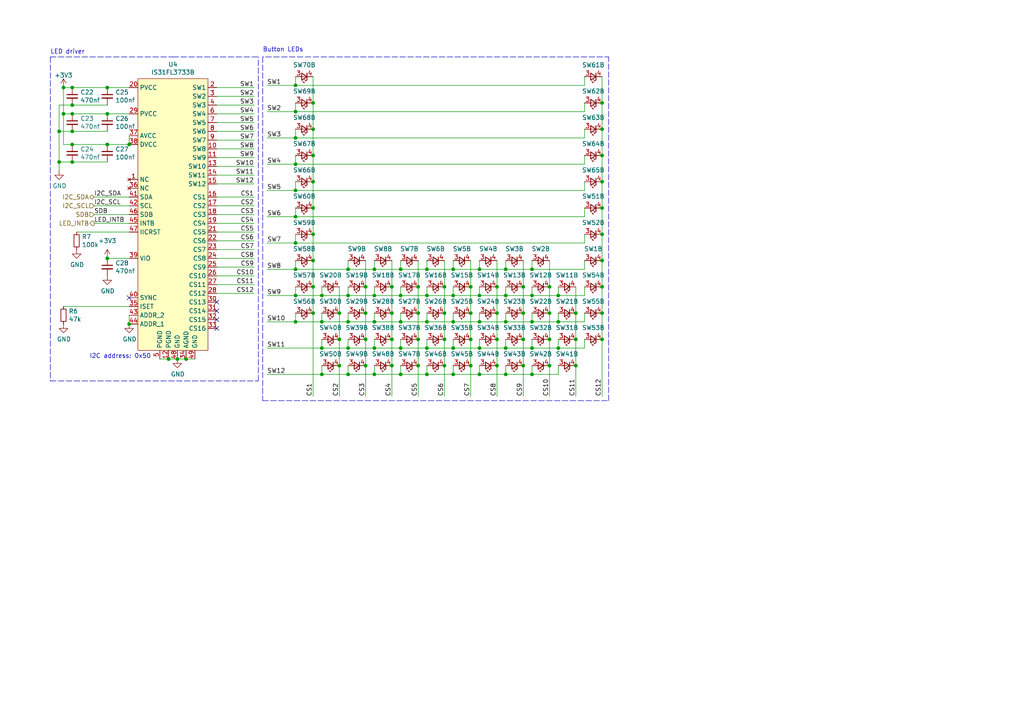
<source format=kicad_sch>
(kicad_sch (version 20211123) (generator eeschema)
  (paper "A4")
  (title_block (title "Collins FMS 3000") (date "${DATE}") (rev "${VERSION}"))
  (lib_symbols
    (symbol "Collins-FMS-3000:IS31FL3733B"
      (property "Reference" "U" (at -10.16 30.48 0))
      (property "Value" "IS31FL3733B" (at 20.32 -50.8 0))
      (symbol "IS31FL3733B_0_1"
        (rectangle (start 10.16 29.21) (end -10.16 -49.53) (fill (type background)))
      )
      (symbol "IS31FL3733B_1_1"
        (pin no_connect line (at -12.7 0 0) (length 2.54) (name "NC") (number "1"))
        (pin bidirectional line (at 12.7 8.89 180) (length 2.54) (name "SW8") (number "10"))
        (pin bidirectional line (at 12.7 6.35 180) (length 2.54) (name "SW9") (number "11"))
        (pin power_in line (at -1.27 -52.07 90) (length 2.54) (name "PGND") (number "12"))
        (pin bidirectional line (at 12.7 3.81 180) (length 2.54) (name "SW10") (number "13"))
        (pin bidirectional line (at 12.7 1.27 180) (length 2.54) (name "SW11") (number "14"))
        (pin bidirectional line (at 12.7 -1.27 180) (length 2.54) (name "SW12") (number "15"))
        (pin bidirectional line (at 12.7 -5.08 180) (length 2.54) (name "CS1") (number "16"))
        (pin bidirectional line (at 12.7 -7.62 180) (length 2.54) (name "CS2") (number "17"))
        (pin bidirectional line (at 12.7 -10.16 180) (length 2.54) (name "CS3") (number "18"))
        (pin bidirectional line (at 12.7 -12.7 180) (length 2.54) (name "CS4") (number "19"))
        (pin bidirectional line (at 12.7 26.67 180) (length 2.54) (name "SW1") (number "2"))
        (pin power_in line (at -12.7 26.67 0) (length 2.54) (name "PVCC") (number "20"))
        (pin bidirectional line (at 12.7 -15.24 180) (length 2.54) (name "CS5") (number "21"))
        (pin bidirectional line (at 12.7 -17.78 180) (length 2.54) (name "CS6") (number "22"))
        (pin bidirectional line (at 12.7 -20.32 180) (length 2.54) (name "CS7") (number "23"))
        (pin bidirectional line (at 12.7 -22.86 180) (length 2.54) (name "CS8") (number "24"))
        (pin bidirectional line (at 12.7 -25.4 180) (length 2.54) (name "CS9") (number "25"))
        (pin bidirectional line (at 12.7 -27.94 180) (length 2.54) (name "CS10") (number "26"))
        (pin bidirectional line (at 12.7 -30.48 180) (length 2.54) (name "CS11") (number "27"))
        (pin bidirectional line (at 12.7 -33.02 180) (length 2.54) (name "CS12") (number "28"))
        (pin power_in line (at -12.7 19.05 0) (length 2.54) (name "PVCC") (number "29"))
        (pin bidirectional line (at 12.7 24.13 180) (length 2.54) (name "SW2") (number "3"))
        (pin bidirectional line (at 12.7 -35.56 180) (length 2.54) (name "CS13") (number "30"))
        (pin bidirectional line (at 12.7 -38.1 180) (length 2.54) (name "CS14") (number "31"))
        (pin bidirectional line (at 12.7 -40.64 180) (length 2.54) (name "CS15") (number "32"))
        (pin bidirectional line (at 12.7 -43.18 180) (length 2.54) (name "CS16") (number "33"))
        (pin power_in line (at 3.81 -52.07 90) (length 2.54) (name "AGND") (number "34"))
        (pin input line (at -12.7 -36.83 0) (length 2.54) (name "ISET") (number "35"))
        (pin no_connect line (at -12.7 -2.54 0) (length 2.54) (name "NC") (number "36"))
        (pin power_in line (at -12.7 12.7 0) (length 2.54) (name "AVCC") (number "37"))
        (pin power_in line (at -12.7 10.16 0) (length 2.54) (name "DVCC") (number "38"))
        (pin input line (at -12.7 -22.86 0) (length 2.54) (name "VIO") (number "39"))
        (pin bidirectional line (at 12.7 21.59 180) (length 2.54) (name "SW3") (number "4"))
        (pin bidirectional line (at -12.7 -34.29 0) (length 2.54) (name "SYNC") (number "40"))
        (pin bidirectional line (at -12.7 -5.08 0) (length 2.54) (name "SDA") (number "41"))
        (pin input line (at -12.7 -7.62 0) (length 2.54) (name "SCL") (number "42"))
        (pin input line (at -12.7 -39.37 0) (length 2.54) (name "ADDR_2") (number "43"))
        (pin input line (at -12.7 -41.91 0) (length 2.54) (name "ADDR_1") (number "44"))
        (pin output line (at -12.7 -12.7 0) (length 2.54) (name "INTB") (number "45"))
        (pin input line (at -12.7 -10.16 0) (length 2.54) (name "SDB") (number "46"))
        (pin output line (at -12.7 -15.24 0) (length 2.54) (name "IICRST") (number "47"))
        (pin power_in line (at 1.27 -52.07 90) (length 2.54) (name "GND") (number "48"))
        (pin power_in line (at 6.35 -52.07 90) (length 2.54) (name "GND") (number "49"))
        (pin power_in line (at -3.81 -52.07 90) (length 2.54) (name "PGND") (number "5"))
        (pin bidirectional line (at 12.7 19.05 180) (length 2.54) (name "SW4") (number "6"))
        (pin bidirectional line (at 12.7 16.51 180) (length 2.54) (name "SW5") (number "7"))
        (pin bidirectional line (at 12.7 13.97 180) (length 2.54) (name "SW6") (number "8"))
        (pin bidirectional line (at 12.7 11.43 180) (length 2.54) (name "SW7") (number "9"))
      )
    )
    (symbol "Collins-FMS-3000:SW_Push_LED" (pin_names (offset 1.016))
      (property "Reference" "SW" (at 0 -5.08 0))
      (symbol "SW_Push_LED_1_1"
        (circle (center -2.032 -8.89) (radius 0.508))
        (polyline (pts (xy 0 -7.62) (xy 0 -5.842)))
        (polyline (pts (xy 2.54 -7.62) (xy -2.54 -7.62)))
        (circle (center 2.032 -8.89) (radius 0.508))
        (pin passive line (at -5.08 -8.89 0) (length 2.54) (name "1") (number "1"))
        (pin passive line (at 5.08 -8.89 180) (length 2.54) (name "2") (number "2"))
      )
      (symbol "SW_Push_LED_2_1"
        (polyline (pts (xy -1.016 -10.16) (xy 0.762 -10.16)))
        (polyline (pts (xy 0.762 -9.144) (xy 0.762 -11.176)) (stroke (width 0.254)))
        (polyline (pts (xy -0.762 -9.144) (xy 0.762 -10.16) (xy -0.762 -11.176) (xy -0.762 -9.144)) (stroke (width 0.254)))
        (polyline (pts (xy -0.508 -11.43) (xy 0 -11.938) (xy -0.254 -11.938) (xy 0 -11.938) (xy 0 -11.684)))
        (polyline (pts (xy 0 -10.922) (xy 0.508 -11.43) (xy 0.254 -11.43) (xy 0.508 -11.43) (xy 0.508 -11.176)))
        (pin passive line (at -2.54 -10.16 0) (length 1.778) (name "~") (number "3"))
        (pin passive line (at 2.54 -10.16 180) (length 1.778) (name "~") (number "4"))
      )
    )
    (symbol "Device:C_Small" (pin_numbers hide) (pin_names (offset 0.254) hide)
      (property "Reference" "C" (at 0.254 1.778 0))
      (property "Value" "C_Small" (at 0.254 -2.032 0))
      (symbol "C_Small_0_1"
        (polyline (pts (xy -1.524 -0.508) (xy 1.524 -0.508)) (stroke (width 0.3302)))
        (polyline (pts (xy -1.524 0.508) (xy 1.524 0.508)) (stroke (width 0.3048)))
      )
      (symbol "C_Small_1_1"
        (pin passive line (at 0 2.54 270) (length 2.032) (name "~") (number "1"))
        (pin passive line (at 0 -2.54 90) (length 2.032) (name "~") (number "2"))
      )
    )
    (symbol "Device:R_Small" (pin_numbers hide) (pin_names (offset 0.254) hide)
      (property "Reference" "R" (at 0.762 0.508 0))
      (property "Value" "R_Small" (at 0.762 -1.016 0))
      (symbol "R_Small_0_1"
        (rectangle (start -0.762 1.778) (end 0.762 -1.778) (stroke (width 0.2032)))
      )
      (symbol "R_Small_1_1"
        (pin passive line (at 0 2.54 270) (length 0.762) (name "~") (number "1"))
        (pin passive line (at 0 -2.54 90) (length 0.762) (name "~") (number "2"))
      )
    )
    (symbol "power:+3V3" (power) (pin_names (offset 0))
      (property "Value" "+3V3" (at 0 3.556 0))
      (symbol "+3V3_0_1"
        (polyline (pts (xy -0.762 1.27) (xy 0 2.54)))
        (polyline (pts (xy 0 0) (xy 0 2.54)))
        (polyline (pts (xy 0 2.54) (xy 0.762 1.27)))
      )
      (symbol "+3V3_1_1"
        (pin power_in line (at 0 0 90) (length 0) hide (name "+3V3") (number "1"))
      )
    )
    (symbol "power:GND" (power) (pin_names (offset 0))
      (property "Value" "GND" (at 0 -3.81 0))
      (symbol "GND_0_1"
        (polyline (pts (xy 0 0) (xy 0 -1.27) (xy 1.27 -1.27) (xy 0 -2.54) (xy -1.27 -1.27) (xy 0 -1.27)))
      )
      (symbol "GND_1_1"
        (pin power_in line (at 0 0 270) (length 0) hide (name "GND") (number "1"))
      )
    )
  )
  (junction (at 93.345 108.585))
  (junction (at 174.625 83.185))
  (junction (at 31.115 33.02))
  (junction (at 90.805 52.705))
  (junction (at 20.955 46.99))
  (junction (at 108.585 93.345))
  (junction (at 123.825 93.345))
  (junction (at 98.425 106.045))
  (junction (at 90.805 45.085))
  (junction (at 90.805 29.845))
  (junction (at 85.725 62.865))
  (junction (at 20.955 38.1))
  (junction (at 123.825 108.585))
  (junction (at 123.825 100.965))
  (junction (at 144.145 98.425))
  (junction (at 146.685 85.725))
  (junction (at 108.585 100.965))
  (junction (at 167.005 98.425))
  (junction (at 159.385 90.805))
  (junction (at 161.925 100.965))
  (junction (at 128.905 106.045))
  (junction (at 139.065 100.965))
  (junction (at 98.425 90.805))
  (junction (at 20.955 30.48))
  (junction (at 161.925 85.725))
  (junction (at 159.385 98.425))
  (junction (at 146.685 78.105))
  (junction (at 167.005 106.045))
  (junction (at 85.725 70.485))
  (junction (at 151.765 106.045))
  (junction (at 106.045 83.185))
  (junction (at 53.975 104.14))
  (junction (at 85.725 32.385))
  (junction (at 100.965 85.725))
  (junction (at 116.205 85.725))
  (junction (at 85.725 93.345))
  (junction (at 37.465 93.98))
  (junction (at 174.625 90.805))
  (junction (at 167.005 90.805))
  (junction (at 174.625 52.705))
  (junction (at 174.625 45.085))
  (junction (at 144.145 90.805))
  (junction (at 31.115 74.93))
  (junction (at 90.805 83.185))
  (junction (at 116.205 108.585))
  (junction (at 90.805 67.945))
  (junction (at 17.145 46.99))
  (junction (at 31.115 41.91))
  (junction (at 100.965 78.105))
  (junction (at 113.665 106.045))
  (junction (at 174.625 75.565))
  (junction (at 128.905 90.805))
  (junction (at 136.525 83.185))
  (junction (at 131.445 85.725))
  (junction (at 151.765 90.805))
  (junction (at 174.625 98.425))
  (junction (at 116.205 93.345))
  (junction (at 100.965 108.585))
  (junction (at 20.955 33.02))
  (junction (at 146.685 108.585))
  (junction (at 85.725 24.765))
  (junction (at 123.825 85.725))
  (junction (at 90.805 90.805))
  (junction (at 37.465 41.91))
  (junction (at 98.425 98.425))
  (junction (at 139.065 93.345))
  (junction (at 90.805 37.465))
  (junction (at 113.665 83.185))
  (junction (at 154.305 93.345))
  (junction (at 51.435 104.14))
  (junction (at 17.145 38.1))
  (junction (at 136.525 90.805))
  (junction (at 31.115 25.4))
  (junction (at 131.445 78.105))
  (junction (at 159.385 106.045))
  (junction (at 121.285 83.185))
  (junction (at 106.045 90.805))
  (junction (at 154.305 85.725))
  (junction (at 154.305 78.105))
  (junction (at 131.445 100.965))
  (junction (at 146.685 93.345))
  (junction (at 121.285 98.425))
  (junction (at 128.905 83.185))
  (junction (at 18.415 33.02))
  (junction (at 100.965 100.965))
  (junction (at 18.415 25.4))
  (junction (at 128.905 98.425))
  (junction (at 174.625 67.945))
  (junction (at 121.285 106.045))
  (junction (at 108.585 108.585))
  (junction (at 174.625 37.465))
  (junction (at 108.585 85.725))
  (junction (at 144.145 83.185))
  (junction (at 174.625 60.325))
  (junction (at 159.385 83.185))
  (junction (at 100.965 93.345))
  (junction (at 85.725 78.105))
  (junction (at 144.145 106.045))
  (junction (at 90.805 60.325))
  (junction (at 136.525 106.045))
  (junction (at 151.765 83.185))
  (junction (at 136.525 98.425))
  (junction (at 90.805 75.565))
  (junction (at 174.625 29.845))
  (junction (at 139.065 78.105))
  (junction (at 146.685 100.965))
  (junction (at 154.305 108.585))
  (junction (at 131.445 108.585))
  (junction (at 85.725 85.725))
  (junction (at 85.725 55.245))
  (junction (at 139.065 108.585))
  (junction (at 113.665 90.805))
  (junction (at 93.345 85.725))
  (junction (at 116.205 78.105))
  (junction (at 93.345 93.345))
  (junction (at 20.955 25.4))
  (junction (at 20.955 41.91))
  (junction (at 151.765 98.425))
  (junction (at 85.725 40.005))
  (junction (at 85.725 47.625))
  (junction (at 154.305 100.965))
  (junction (at 131.445 93.345))
  (junction (at 108.585 78.105))
  (junction (at 121.285 90.805))
  (junction (at 116.205 100.965))
  (junction (at 123.825 78.105))
  (junction (at 48.895 104.14))
  (junction (at 106.045 98.425))
  (junction (at 93.345 100.965))
  (junction (at 139.065 85.725))
  (junction (at 106.045 106.045))
  (junction (at 113.665 98.425))
  (junction (at 161.925 93.345))
  (no_connect (at 62.865 95.25))
  (no_connect (at 62.865 90.17))
  (no_connect (at 62.865 92.71))
  (no_connect (at 37.465 86.36))
  (no_connect (at 62.865 87.63))
  (wire (pts (xy 85.725 45.085) (xy 85.725 47.625)))
  (wire (pts (xy 90.805 45.085) (xy 90.805 52.705)))
  (wire (pts (xy 146.685 85.725) (xy 139.065 85.725)))
  (wire (pts (xy 169.545 37.465) (xy 169.545 40.005)))
  (wire (pts (xy 17.145 30.48) (xy 17.145 38.1)))
  (wire (pts (xy 169.545 93.345) (xy 161.925 93.345)))
  (wire (pts (xy 62.865 43.18) (xy 73.66 43.18)))
  (wire (pts (xy 90.805 90.805) (xy 90.805 114.935)))
  (wire (pts (xy 174.625 52.705) (xy 174.625 60.325)))
  (wire (pts (xy 46.355 104.14) (xy 48.895 104.14)))
  (wire (pts (xy 136.525 83.185) (xy 136.525 90.805)))
  (wire (pts (xy 161.925 108.585) (xy 154.305 108.585)))
  (wire (pts (xy 85.725 37.465) (xy 85.725 40.005)))
  (wire (pts (xy 146.685 93.345) (xy 139.065 93.345)))
  (wire (pts (xy 113.665 98.425) (xy 113.665 106.045)))
  (wire (pts (xy 62.865 72.39) (xy 73.66 72.39)))
  (wire (pts (xy 139.065 100.965) (xy 131.445 100.965)))
  (wire (pts (xy 37.465 41.91) (xy 31.115 41.91)))
  (wire (pts (xy 169.545 75.565) (xy 169.545 78.105)))
  (wire (pts (xy 144.145 83.185) (xy 144.145 90.805)))
  (wire (pts (xy 100.965 100.965) (xy 93.345 100.965)))
  (wire (pts (xy 77.47 85.725) (xy 85.725 85.725)))
  (wire (pts (xy 116.205 93.345) (xy 108.585 93.345)))
  (wire (pts (xy 151.765 83.185) (xy 151.765 90.805)))
  (wire (pts (xy 116.205 90.805) (xy 116.205 93.345)))
  (wire (pts (xy 139.065 85.725) (xy 131.445 85.725)))
  (wire (pts (xy 128.905 75.565) (xy 128.905 83.185)))
  (wire (pts (xy 93.345 108.585) (xy 100.965 108.585)))
  (wire (pts (xy 123.825 85.725) (xy 116.205 85.725)))
  (wire (pts (xy 154.305 93.345) (xy 146.685 93.345)))
  (wire (pts (xy 167.005 90.805) (xy 167.005 98.425)))
  (wire (pts (xy 108.585 100.965) (xy 100.965 100.965)))
  (wire (pts (xy 174.625 37.465) (xy 174.625 45.085)))
  (wire (pts (xy 98.425 83.185) (xy 98.425 90.805)))
  (wire (pts (xy 62.865 30.48) (xy 73.66 30.48)))
  (wire (pts (xy 108.585 85.725) (xy 100.965 85.725)))
  (wire (pts (xy 62.865 50.8) (xy 73.66 50.8)))
  (wire (pts (xy 128.905 83.185) (xy 128.905 90.805)))
  (wire (pts (xy 121.285 106.045) (xy 121.285 114.935)))
  (wire (pts (xy 106.045 83.185) (xy 106.045 90.805)))
  (wire (pts (xy 123.825 100.965) (xy 116.205 100.965)))
  (wire (pts (xy 93.345 85.725) (xy 85.725 85.725)))
  (wire (pts (xy 100.965 90.805) (xy 100.965 93.345)))
  (wire (pts (xy 116.205 100.965) (xy 108.585 100.965)))
  (polyline (pts (xy 74.93 110.49) (xy 74.93 16.51)))
  (wire (pts (xy 154.305 108.585) (xy 146.685 108.585)))
  (wire (pts (xy 167.005 98.425) (xy 167.005 106.045)))
  (wire (pts (xy 121.285 83.185) (xy 121.285 90.805)))
  (wire (pts (xy 85.725 83.185) (xy 85.725 85.725)))
  (wire (pts (xy 27.305 57.15) (xy 37.465 57.15)))
  (wire (pts (xy 154.305 83.185) (xy 154.305 85.725)))
  (wire (pts (xy 144.145 106.045) (xy 144.145 114.935)))
  (wire (pts (xy 31.115 46.99) (xy 20.955 46.99)))
  (wire (pts (xy 62.865 80.01) (xy 73.66 80.01)))
  (wire (pts (xy 100.965 93.345) (xy 93.345 93.345)))
  (wire (pts (xy 123.825 90.805) (xy 123.825 93.345)))
  (wire (pts (xy 20.955 41.91) (xy 18.415 41.91)))
  (wire (pts (xy 85.725 32.385) (xy 169.545 32.385)))
  (wire (pts (xy 123.825 106.045) (xy 123.825 108.585)))
  (wire (pts (xy 62.865 35.56) (xy 73.66 35.56)))
  (wire (pts (xy 159.385 75.565) (xy 159.385 83.185)))
  (wire (pts (xy 131.445 90.805) (xy 131.445 93.345)))
  (wire (pts (xy 159.385 98.425) (xy 159.385 106.045)))
  (polyline (pts (xy 176.53 116.205) (xy 176.53 16.51)))
  (wire (pts (xy 169.545 98.425) (xy 169.545 100.965)))
  (wire (pts (xy 116.205 98.425) (xy 116.205 100.965)))
  (wire (pts (xy 20.955 30.48) (xy 17.145 30.48)))
  (wire (pts (xy 85.725 78.105) (xy 100.965 78.105)))
  (wire (pts (xy 85.725 47.625) (xy 169.545 47.625)))
  (wire (pts (xy 62.865 69.85) (xy 73.66 69.85)))
  (wire (pts (xy 37.465 91.44) (xy 37.465 93.98)))
  (wire (pts (xy 113.665 90.805) (xy 113.665 98.425)))
  (wire (pts (xy 131.445 108.585) (xy 123.825 108.585)))
  (wire (pts (xy 93.345 106.045) (xy 93.345 108.585)))
  (wire (pts (xy 161.925 85.725) (xy 154.305 85.725)))
  (wire (pts (xy 123.825 93.345) (xy 116.205 93.345)))
  (wire (pts (xy 174.625 45.085) (xy 174.625 52.705)))
  (polyline (pts (xy 14.605 110.49) (xy 74.93 110.49)))
  (wire (pts (xy 106.045 90.805) (xy 106.045 98.425)))
  (wire (pts (xy 121.285 98.425) (xy 121.285 106.045)))
  (polyline (pts (xy 90.17 16.51) (xy 76.2 16.51)))
  (wire (pts (xy 151.765 75.565) (xy 151.765 83.185)))
  (wire (pts (xy 131.445 78.105) (xy 123.825 78.105)))
  (wire (pts (xy 169.545 83.185) (xy 169.545 85.725)))
  (wire (pts (xy 37.465 33.02) (xy 31.115 33.02)))
  (wire (pts (xy 161.925 106.045) (xy 161.925 108.585)))
  (wire (pts (xy 27.305 64.77) (xy 37.465 64.77)))
  (wire (pts (xy 169.545 24.765) (xy 169.545 22.225)))
  (wire (pts (xy 139.065 108.585) (xy 131.445 108.585)))
  (wire (pts (xy 139.065 93.345) (xy 131.445 93.345)))
  (wire (pts (xy 161.925 98.425) (xy 161.925 100.965)))
  (wire (pts (xy 85.725 52.705) (xy 85.725 55.245)))
  (wire (pts (xy 98.425 90.805) (xy 98.425 98.425)))
  (wire (pts (xy 77.47 40.005) (xy 85.725 40.005)))
  (wire (pts (xy 108.585 98.425) (xy 108.585 100.965)))
  (wire (pts (xy 77.47 108.585) (xy 93.345 108.585)))
  (wire (pts (xy 128.905 106.045) (xy 128.905 114.935)))
  (wire (pts (xy 85.725 29.845) (xy 85.725 32.385)))
  (wire (pts (xy 139.065 98.425) (xy 139.065 100.965)))
  (wire (pts (xy 20.955 25.4) (xy 18.415 25.4)))
  (wire (pts (xy 136.525 75.565) (xy 136.525 83.185)))
  (wire (pts (xy 62.865 62.23) (xy 73.66 62.23)))
  (wire (pts (xy 131.445 75.565) (xy 131.445 78.105)))
  (wire (pts (xy 90.805 22.225) (xy 90.805 29.845)))
  (wire (pts (xy 77.47 62.865) (xy 85.725 62.865)))
  (wire (pts (xy 85.725 22.225) (xy 85.725 24.765)))
  (wire (pts (xy 131.445 85.725) (xy 123.825 85.725)))
  (wire (pts (xy 62.865 38.1) (xy 73.66 38.1)))
  (wire (pts (xy 85.725 24.765) (xy 169.545 24.765)))
  (wire (pts (xy 62.865 45.72) (xy 73.66 45.72)))
  (wire (pts (xy 174.625 75.565) (xy 174.625 83.185)))
  (wire (pts (xy 108.585 75.565) (xy 108.585 78.105)))
  (wire (pts (xy 144.145 75.565) (xy 144.145 83.185)))
  (wire (pts (xy 93.345 98.425) (xy 93.345 100.965)))
  (wire (pts (xy 62.865 74.93) (xy 73.66 74.93)))
  (wire (pts (xy 169.545 60.325) (xy 169.545 62.865)))
  (wire (pts (xy 62.865 40.64) (xy 73.66 40.64)))
  (wire (pts (xy 100.965 83.185) (xy 100.965 85.725)))
  (wire (pts (xy 169.545 67.945) (xy 169.545 70.485)))
  (wire (pts (xy 169.545 52.705) (xy 169.545 55.245)))
  (wire (pts (xy 169.545 70.485) (xy 85.725 70.485)))
  (wire (pts (xy 154.305 78.105) (xy 146.685 78.105)))
  (wire (pts (xy 139.065 75.565) (xy 139.065 78.105)))
  (wire (pts (xy 77.47 78.105) (xy 85.725 78.105)))
  (wire (pts (xy 174.625 90.805) (xy 174.625 98.425)))
  (wire (pts (xy 77.47 24.765) (xy 85.725 24.765)))
  (wire (pts (xy 123.825 83.185) (xy 123.825 85.725)))
  (wire (pts (xy 18.415 33.02) (xy 18.415 25.4)))
  (wire (pts (xy 169.545 85.725) (xy 161.925 85.725)))
  (polyline (pts (xy 14.605 16.51) (xy 50.165 16.51)))
  (wire (pts (xy 108.585 78.105) (xy 100.965 78.105)))
  (wire (pts (xy 136.525 106.045) (xy 136.525 114.935)))
  (wire (pts (xy 146.685 108.585) (xy 139.065 108.585)))
  (wire (pts (xy 37.465 25.4) (xy 31.115 25.4)))
  (wire (pts (xy 116.205 75.565) (xy 116.205 78.105)))
  (wire (pts (xy 100.965 85.725) (xy 93.345 85.725)))
  (wire (pts (xy 100.965 106.045) (xy 100.965 108.585)))
  (wire (pts (xy 31.115 30.48) (xy 20.955 30.48)))
  (wire (pts (xy 108.585 108.585) (xy 100.965 108.585)))
  (wire (pts (xy 174.625 29.845) (xy 174.625 37.465)))
  (wire (pts (xy 85.725 60.325) (xy 85.725 62.865)))
  (wire (pts (xy 154.305 98.425) (xy 154.305 100.965)))
  (wire (pts (xy 62.865 48.26) (xy 73.66 48.26)))
  (wire (pts (xy 62.865 64.77) (xy 73.66 64.77)))
  (wire (pts (xy 161.925 93.345) (xy 154.305 93.345)))
  (wire (pts (xy 123.825 78.105) (xy 116.205 78.105)))
  (wire (pts (xy 146.685 75.565) (xy 146.685 78.105)))
  (wire (pts (xy 90.805 60.325) (xy 90.805 52.705)))
  (wire (pts (xy 77.47 47.625) (xy 85.725 47.625)))
  (wire (pts (xy 20.955 46.99) (xy 17.145 46.99)))
  (wire (pts (xy 154.305 100.965) (xy 146.685 100.965)))
  (wire (pts (xy 167.005 106.045) (xy 167.005 114.935)))
  (wire (pts (xy 139.065 106.045) (xy 139.065 108.585)))
  (wire (pts (xy 131.445 93.345) (xy 123.825 93.345)))
  (wire (pts (xy 48.895 104.14) (xy 51.435 104.14)))
  (wire (pts (xy 108.585 90.805) (xy 108.585 93.345)))
  (polyline (pts (xy 76.2 16.51) (xy 76.2 116.205)))
  (wire (pts (xy 18.415 88.9) (xy 37.465 88.9)))
  (wire (pts (xy 159.385 106.045) (xy 159.385 114.935)))
  (wire (pts (xy 146.685 106.045) (xy 146.685 108.585)))
  (wire (pts (xy 136.525 90.805) (xy 136.525 98.425)))
  (wire (pts (xy 90.805 83.185) (xy 90.805 90.805)))
  (wire (pts (xy 174.625 83.185) (xy 174.625 90.805)))
  (wire (pts (xy 174.625 98.425) (xy 174.625 114.935)))
  (wire (pts (xy 90.805 75.565) (xy 90.805 83.185)))
  (wire (pts (xy 31.115 38.1) (xy 20.955 38.1)))
  (wire (pts (xy 93.345 93.345) (xy 85.725 93.345)))
  (wire (pts (xy 17.145 46.99) (xy 17.145 49.53)))
  (wire (pts (xy 37.465 67.31) (xy 22.225 67.31)))
  (wire (pts (xy 121.285 90.805) (xy 121.285 98.425)))
  (wire (pts (xy 146.685 78.105) (xy 139.065 78.105)))
  (wire (pts (xy 100.965 98.425) (xy 100.965 100.965)))
  (wire (pts (xy 151.765 98.425) (xy 151.765 106.045)))
  (wire (pts (xy 62.865 82.55) (xy 73.66 82.55)))
  (wire (pts (xy 139.065 83.185) (xy 139.065 85.725)))
  (wire (pts (xy 161.925 83.185) (xy 161.925 85.725)))
  (wire (pts (xy 131.445 106.045) (xy 131.445 108.585)))
  (wire (pts (xy 139.065 78.105) (xy 131.445 78.105)))
  (wire (pts (xy 116.205 106.045) (xy 116.205 108.585)))
  (wire (pts (xy 77.47 32.385) (xy 85.725 32.385)))
  (wire (pts (xy 169.545 47.625) (xy 169.545 45.085)))
  (wire (pts (xy 131.445 98.425) (xy 131.445 100.965)))
  (wire (pts (xy 98.425 98.425) (xy 98.425 106.045)))
  (wire (pts (xy 123.825 108.585) (xy 116.205 108.585)))
  (wire (pts (xy 154.305 78.105) (xy 169.545 78.105)))
  (wire (pts (xy 62.865 57.15) (xy 73.66 57.15)))
  (wire (pts (xy 146.685 100.965) (xy 139.065 100.965)))
  (wire (pts (xy 90.805 29.845) (xy 90.805 37.465)))
  (polyline (pts (xy 76.2 116.205) (xy 176.53 116.205)))
  (wire (pts (xy 121.285 75.565) (xy 121.285 83.185)))
  (wire (pts (xy 113.665 106.045) (xy 113.665 114.935)))
  (wire (pts (xy 85.725 75.565) (xy 85.725 78.105)))
  (wire (pts (xy 174.625 67.945) (xy 174.625 60.325)))
  (wire (pts (xy 77.47 93.345) (xy 85.725 93.345)))
  (wire (pts (xy 18.415 41.91) (xy 18.415 33.02)))
  (wire (pts (xy 62.865 77.47) (xy 73.66 77.47)))
  (wire (pts (xy 151.765 90.805) (xy 151.765 98.425)))
  (wire (pts (xy 169.545 100.965) (xy 161.925 100.965)))
  (wire (pts (xy 62.865 33.02) (xy 73.66 33.02)))
  (wire (pts (xy 151.765 106.045) (xy 151.765 114.935)))
  (wire (pts (xy 146.685 98.425) (xy 146.685 100.965)))
  (wire (pts (xy 20.955 38.1) (xy 17.145 38.1)))
  (wire (pts (xy 139.065 90.805) (xy 139.065 93.345)))
  (wire (pts (xy 90.805 67.945) (xy 90.805 60.325)))
  (wire (pts (xy 154.305 85.725) (xy 146.685 85.725)))
  (wire (pts (xy 106.045 75.565) (xy 106.045 83.185)))
  (wire (pts (xy 123.825 98.425) (xy 123.825 100.965)))
  (wire (pts (xy 154.305 106.045) (xy 154.305 108.585)))
  (wire (pts (xy 77.47 100.965) (xy 93.345 100.965)))
  (wire (pts (xy 154.305 75.565) (xy 154.305 78.105)))
  (wire (pts (xy 98.425 106.045) (xy 98.425 114.935)))
  (wire (pts (xy 161.925 90.805) (xy 161.925 93.345)))
  (polyline (pts (xy 90.805 16.51) (xy 176.53 16.51)))
  (wire (pts (xy 131.445 100.965) (xy 123.825 100.965)))
  (wire (pts (xy 116.205 108.585) (xy 108.585 108.585)))
  (wire (pts (xy 174.625 22.225) (xy 174.625 29.845)))
  (wire (pts (xy 174.625 67.945) (xy 174.625 75.565)))
  (wire (pts (xy 31.115 33.02) (xy 20.955 33.02)))
  (wire (pts (xy 85.725 90.805) (xy 85.725 93.345)))
  (wire (pts (xy 17.145 38.1) (xy 17.145 46.99)))
  (wire (pts (xy 169.545 62.865) (xy 85.725 62.865)))
  (wire (pts (xy 62.865 25.4) (xy 73.66 25.4)))
  (wire (pts (xy 161.925 100.965) (xy 154.305 100.965)))
  (wire (pts (xy 93.345 90.805) (xy 93.345 93.345)))
  (wire (pts (xy 106.045 98.425) (xy 106.045 106.045)))
  (wire (pts (xy 128.905 98.425) (xy 128.905 106.045)))
  (wire (pts (xy 116.205 83.185) (xy 116.205 85.725)))
  (wire (pts (xy 90.805 37.465) (xy 90.805 45.085)))
  (wire (pts (xy 113.665 75.565) (xy 113.665 83.185)))
  (wire (pts (xy 169.545 32.385) (xy 169.545 29.845)))
  (wire (pts (xy 128.905 90.805) (xy 128.905 98.425)))
  (wire (pts (xy 62.865 27.94) (xy 73.66 27.94)))
  (wire (pts (xy 62.865 67.31) (xy 73.66 67.31)))
  (wire (pts (xy 56.515 104.14) (xy 53.975 104.14)))
  (wire (pts (xy 131.445 83.185) (xy 131.445 85.725)))
  (wire (pts (xy 113.665 83.185) (xy 113.665 90.805)))
  (wire (pts (xy 159.385 83.185) (xy 159.385 90.805)))
  (wire (pts (xy 154.305 90.805) (xy 154.305 93.345)))
  (wire (pts (xy 100.965 75.565) (xy 100.965 78.105)))
  (wire (pts (xy 37.465 39.37) (xy 37.465 41.91)))
  (wire (pts (xy 116.205 85.725) (xy 108.585 85.725)))
  (wire (pts (xy 31.115 41.91) (xy 20.955 41.91)))
  (wire (pts (xy 37.465 74.93) (xy 31.115 74.93)))
  (wire (pts (xy 27.305 59.69) (xy 37.465 59.69)))
  (polyline (pts (xy 50.165 16.51) (xy 74.93 16.51)))
  (wire (pts (xy 77.47 70.485) (xy 85.725 70.485)))
  (wire (pts (xy 108.585 93.345) (xy 100.965 93.345)))
  (wire (pts (xy 169.545 55.245) (xy 85.725 55.245)))
  (wire (pts (xy 123.825 75.565) (xy 123.825 78.105)))
  (wire (pts (xy 108.585 83.185) (xy 108.585 85.725)))
  (wire (pts (xy 146.685 90.805) (xy 146.685 93.345)))
  (wire (pts (xy 108.585 106.045) (xy 108.585 108.585)))
  (polyline (pts (xy 14.605 16.51) (xy 14.605 110.49)))
  (wire (pts (xy 106.045 106.045) (xy 106.045 114.935)))
  (wire (pts (xy 93.345 83.185) (xy 93.345 85.725)))
  (wire (pts (xy 169.545 40.005) (xy 85.725 40.005)))
  (wire (pts (xy 85.725 67.945) (xy 85.725 70.485)))
  (wire (pts (xy 77.47 55.245) (xy 85.725 55.245)))
  (wire (pts (xy 62.865 85.09) (xy 73.66 85.09)))
  (wire (pts (xy 31.115 25.4) (xy 20.955 25.4)))
  (wire (pts (xy 146.685 83.185) (xy 146.685 85.725)))
  (wire (pts (xy 144.145 98.425) (xy 144.145 106.045)))
  (wire (pts (xy 62.865 53.34) (xy 73.66 53.34)))
  (wire (pts (xy 144.145 90.805) (xy 144.145 98.425)))
  (wire (pts (xy 90.805 67.945) (xy 90.805 75.565)))
  (wire (pts (xy 136.525 98.425) (xy 136.525 106.045)))
  (wire (pts (xy 51.435 104.14) (xy 53.975 104.14)))
  (wire (pts (xy 116.205 78.105) (xy 108.585 78.105)))
  (wire (pts (xy 159.385 90.805) (xy 159.385 98.425)))
  (wire (pts (xy 62.865 59.69) (xy 73.66 59.69)))
  (wire (pts (xy 169.545 90.805) (xy 169.545 93.345)))
  (wire (pts (xy 20.955 33.02) (xy 18.415 33.02)))
  (wire (pts (xy 27.305 62.23) (xy 37.465 62.23)))
  (wire (pts (xy 167.005 83.185) (xy 167.005 90.805)))
  (text "LED driver" (at 14.605 15.875 0) (effects (font (size 1.27 1.27)) (justify left bottom)))
  (text "I2C address: 0x50" (at 43.815 104.14 180) (effects (font (size 1.27 1.27)) (justify right bottom)))
  (text "Button LEDs" (at 76.2 15.24 0) (effects (font (size 1.27 1.27)) (justify left bottom)))
  (label "CS1" (at 90.805 114.935 90))
  (label "CS11" (at 73.66 82.55 180))
  (label "CS8" (at 144.145 114.935 90))
  (label "SW4" (at 73.66 33.02 180))
  (label "SW3" (at 73.66 30.48 180))
  (label "CS12" (at 73.66 85.09 180))
  (label "CS2" (at 98.425 114.935 90))
  (label "CS9" (at 151.765 114.935 90))
  (label "SW10" (at 73.66 48.26 180))
  (label "CS6" (at 73.66 69.85 180))
  (label "SW12" (at 73.66 53.34 180))
  (label "CS6" (at 128.905 114.935 90))
  (label "LED_INTB" (at 27.305 64.77 0))
  (label "CS1" (at 73.66 57.15 180))
  (label "SW9" (at 73.66 45.72 180))
  (label "CS5" (at 121.285 114.935 90))
  (label "CS7" (at 136.525 114.935 90))
  (label "SW7" (at 73.66 40.64 180))
  (label "CS10" (at 159.385 114.935 90))
  (label "SW8" (at 73.66 43.18 180))
  (label "CS4" (at 113.665 114.935 90))
  (label "SW9" (at 77.47 85.725 0))
  (label "SW1" (at 73.66 25.4 180))
  (label "CS9" (at 73.66 77.47 180))
  (label "CS5" (at 73.66 67.31 180))
  (label "SW3" (at 77.47 40.005 0))
  (label "SW12" (at 77.47 108.585 0))
  (label "SW2" (at 77.47 32.385 0))
  (label "I2C_SCL" (at 27.305 59.69 0))
  (label "SW8" (at 77.47 78.105 0))
  (label "SW6" (at 73.66 38.1 180))
  (label "CS2" (at 73.66 59.69 180))
  (label "SW5" (at 73.66 35.56 180))
  (label "CS8" (at 73.66 74.93 180))
  (label "SW7" (at 77.47 70.485 0))
  (label "CS11" (at 167.005 114.935 90))
  (label "CS12" (at 174.625 114.935 90))
  (label "CS10" (at 73.66 80.01 180))
  (label "SW5" (at 77.47 55.245 0))
  (label "SW6" (at 77.47 62.865 0))
  (label "SW4" (at 77.47 47.625 0))
  (label "CS7" (at 73.66 72.39 180))
  (label "CS4" (at 73.66 64.77 180))
  (label "CS3" (at 106.045 114.935 90))
  (label "SW2" (at 73.66 27.94 180))
  (label "SDB" (at 27.305 62.23 0))
  (label "SW11" (at 77.47 100.965 0))
  (label "CS3" (at 73.66 62.23 180))
  (label "SW11" (at 73.66 50.8 180))
  (label "SW10" (at 77.47 93.345 0))
  (label "I2C_SDA" (at 27.305 57.15 0))
  (label "SW1" (at 77.47 24.765 0))
  (hierarchical_label "LED_INTB" (shape output) (at 27.305 64.77 180))
  (hierarchical_label "I2C_SCL" (shape input) (at 27.305 59.69 180))
  (hierarchical_label "I2C_SDA" (shape bidirectional) (at 27.305 57.15 180))
  (hierarchical_label "SDB" (shape input) (at 27.305 62.23 180))
  (symbol (lib_id "Collins-FMS-3000:SW_Push_LED") (at 88.265 12.065 0) (unit 2)
    (property "Reference" "SW70" (at 88.265 18.8468 0))
    (property "Value" "SW_Push_LED" (effects hide))
    (property "Footprint" "Custom_Footprints:SW_PUSH_LED_THT" (effects hide))
  )
  (symbol (lib_id "Collins-FMS-3000:SW_Push_LED") (at 88.265 19.685 0) (unit 2)
    (property "Reference" "SW69" (at 88.265 26.4668 0))
    (property "Value" "SW_Push_LED" (effects hide))
    (property "Footprint" "Custom_Footprints:SW_PUSH_LED_THT" (effects hide))
  )
  (symbol (lib_id "Collins-FMS-3000:SW_Push_LED") (at 88.265 27.305 0) (unit 2)
    (property "Reference" "SW68" (at 88.265 34.0868 0))
    (property "Value" "SW_Push_LED" (effects hide))
    (property "Footprint" "Custom_Footprints:SW_PUSH_LED_THT" (effects hide))
  )
  (symbol (lib_id "Collins-FMS-3000:SW_Push_LED") (at 88.265 34.925 0) (unit 2)
    (property "Reference" "SW67" (at 88.265 41.7068 0))
    (property "Value" "SW_Push_LED" (effects hide))
    (property "Footprint" "Custom_Footprints:SW_PUSH_LED_THT" (effects hide))
  )
  (symbol (lib_id "Collins-FMS-3000:SW_Push_LED") (at 88.265 42.545 0) (unit 2)
    (property "Reference" "SW66" (at 88.265 49.3268 0))
    (property "Value" "SW_Push_LED" (effects hide))
    (property "Footprint" "Custom_Footprints:SW_PUSH_LED_THT" (effects hide))
  )
  (symbol (lib_id "Collins-FMS-3000:SW_Push_LED") (at 88.265 65.405 0) (unit 2)
    (property "Reference" "SW58" (at 88.265 72.1868 0))
    (property "Value" "SW_Push_LED" (effects hide))
    (property "Footprint" "Custom_Footprints:SW_PUSH_LED_THT" (effects hide))
  )
  (symbol (lib_id "Collins-FMS-3000:SW_Push_LED") (at 88.265 73.025 0) (unit 2)
    (property "Reference" "SW57" (at 88.265 79.8068 0))
    (property "Value" "SW_Push_LED" (effects hide))
    (property "Footprint" "Custom_Footprints:SW_PUSH_LED_THT" (effects hide))
  )
  (symbol (lib_id "Collins-FMS-3000:SW_Push_LED") (at 88.265 80.645 0) (unit 2)
    (property "Reference" "SW56" (at 88.265 87.4268 0))
    (property "Value" "SW_Push_LED" (effects hide))
    (property "Footprint" "Custom_Footprints:SW_PUSH_LED_THT" (effects hide))
  )
  (symbol (lib_id "Collins-FMS-3000:SW_Push_LED") (at 95.885 73.025 0) (unit 2)
    (property "Reference" "SW20" (at 95.885 79.8068 0))
    (property "Value" "SW_Push_LED" (effects hide))
    (property "Footprint" "Custom_Footprints:SW_PUSH_LED_THT" (effects hide))
  )
  (symbol (lib_id "Collins-FMS-3000:SW_Push_LED") (at 95.885 80.645 0) (unit 2)
    (property "Reference" "SW30" (at 95.885 87.4268 0))
    (property "Value" "SW_Push_LED" (effects hide))
    (property "Footprint" "Custom_Footprints:SW_PUSH_LED_THT" (effects hide))
  )
  (symbol (lib_id "Collins-FMS-3000:SW_Push_LED") (at 95.885 88.265 0) (unit 2)
    (property "Reference" "SW40" (at 95.885 95.0468 0))
    (property "Value" "SW_Push_LED" (effects hide))
    (property "Footprint" "Custom_Footprints:SW_PUSH_LED_THT" (effects hide))
  )
  (symbol (lib_id "Collins-FMS-3000:SW_Push_LED") (at 95.885 95.885 0) (unit 2)
    (property "Reference" "SW50" (at 95.885 102.6668 0))
    (property "Value" "SW_Push_LED" (effects hide))
    (property "Footprint" "Custom_Footprints:SW_PUSH_LED_THT" (effects hide))
  )
  (symbol (lib_id "Collins-FMS-3000:SW_Push_LED") (at 103.505 65.405 0) (unit 2)
    (property "Reference" "SW9" (at 103.505 72.1868 0))
    (property "Value" "SW_Push_LED" (effects hide))
    (property "Footprint" "Custom_Footprints:SW_PUSH_LED_THT" (effects hide))
  )
  (symbol (lib_id "Collins-FMS-3000:SW_Push_LED") (at 103.505 73.025 0) (unit 2)
    (property "Reference" "SW19" (at 103.505 79.8068 0))
    (property "Value" "SW_Push_LED" (effects hide))
    (property "Footprint" "Custom_Footprints:SW_PUSH_LED_THT" (effects hide))
  )
  (symbol (lib_id "Collins-FMS-3000:SW_Push_LED") (at 103.505 80.645 0) (unit 2)
    (property "Reference" "SW29" (at 103.505 87.4268 0))
    (property "Value" "SW_Push_LED" (effects hide))
    (property "Footprint" "Custom_Footprints:SW_PUSH_LED_THT" (effects hide))
  )
  (symbol (lib_id "Collins-FMS-3000:SW_Push_LED") (at 103.505 88.265 0) (unit 2)
    (property "Reference" "SW39" (at 103.505 95.0468 0))
    (property "Value" "SW_Push_LED" (effects hide))
    (property "Footprint" "Custom_Footprints:SW_PUSH_LED_THT" (effects hide))
  )
  (symbol (lib_id "Collins-FMS-3000:SW_Push_LED") (at 103.505 95.885 0) (unit 2)
    (property "Reference" "SW49" (at 103.505 102.6668 0))
    (property "Value" "SW_Push_LED" (effects hide))
    (property "Footprint" "Custom_Footprints:SW_PUSH_LED_THT" (effects hide))
  )
  (symbol (lib_id "Collins-FMS-3000:SW_Push_LED") (at 111.125 65.405 0) (unit 2)
    (property "Reference" "SW8" (at 111.125 72.1868 0))
    (property "Value" "SW_Push_LED" (effects hide))
    (property "Footprint" "Custom_Footprints:SW_PUSH_LED_THT" (effects hide))
  )
  (symbol (lib_id "Collins-FMS-3000:SW_Push_LED") (at 111.125 73.025 0) (unit 2)
    (property "Reference" "SW18" (at 111.125 79.8068 0))
    (property "Value" "SW_Push_LED" (effects hide))
    (property "Footprint" "Custom_Footprints:SW_PUSH_LED_THT" (effects hide))
  )
  (symbol (lib_id "Collins-FMS-3000:SW_Push_LED") (at 111.125 80.645 0) (unit 2)
    (property "Reference" "SW28" (at 111.125 87.4268 0))
    (property "Value" "SW_Push_LED" (effects hide))
    (property "Footprint" "Custom_Footprints:SW_PUSH_LED_THT" (effects hide))
  )
  (symbol (lib_id "Collins-FMS-3000:SW_Push_LED") (at 111.125 88.265 0) (unit 2)
    (property "Reference" "SW38" (at 111.125 95.0468 0))
    (property "Value" "SW_Push_LED" (effects hide))
    (property "Footprint" "Custom_Footprints:SW_PUSH_LED_THT" (effects hide))
  )
  (symbol (lib_id "Collins-FMS-3000:SW_Push_LED") (at 111.125 95.885 0) (unit 2)
    (property "Reference" "SW48" (at 111.125 102.6668 0))
    (property "Value" "SW_Push_LED" (effects hide))
    (property "Footprint" "Custom_Footprints:SW_PUSH_LED_THT" (effects hide))
  )
  (symbol (lib_id "Collins-FMS-3000:SW_Push_LED") (at 118.745 65.405 0) (unit 2)
    (property "Reference" "SW7" (at 118.745 72.1868 0))
    (property "Value" "SW_Push_LED" (effects hide))
    (property "Footprint" "Custom_Footprints:SW_PUSH_LED_THT" (effects hide))
  )
  (symbol (lib_id "Collins-FMS-3000:SW_Push_LED") (at 118.745 73.025 0) (unit 2)
    (property "Reference" "SW17" (at 118.745 79.8068 0))
    (property "Value" "SW_Push_LED" (effects hide))
    (property "Footprint" "Custom_Footprints:SW_PUSH_LED_THT" (effects hide))
  )
  (symbol (lib_id "Collins-FMS-3000:SW_Push_LED") (at 118.745 80.645 0) (unit 2)
    (property "Reference" "SW27" (at 118.745 87.4268 0))
    (property "Value" "SW_Push_LED" (effects hide))
    (property "Footprint" "Custom_Footprints:SW_PUSH_LED_THT" (effects hide))
  )
  (symbol (lib_id "Collins-FMS-3000:SW_Push_LED") (at 118.745 88.265 0) (unit 2)
    (property "Reference" "SW37" (at 118.745 95.0468 0))
    (property "Value" "SW_Push_LED" (effects hide))
    (property "Footprint" "Custom_Footprints:SW_PUSH_LED_THT" (effects hide))
  )
  (symbol (lib_id "Collins-FMS-3000:SW_Push_LED") (at 118.745 95.885 0) (unit 2)
    (property "Reference" "SW47" (at 118.745 102.6668 0))
    (property "Value" "SW_Push_LED" (effects hide))
    (property "Footprint" "Custom_Footprints:SW_PUSH_LED_THT" (effects hide))
  )
  (symbol (lib_id "Collins-FMS-3000:SW_Push_LED") (at 126.365 65.405 0) (unit 2)
    (property "Reference" "SW6" (at 126.365 72.1868 0))
    (property "Value" "SW_Push_LED" (effects hide))
    (property "Footprint" "Custom_Footprints:SW_PUSH_LED_THT" (effects hide))
  )
  (symbol (lib_id "Collins-FMS-3000:SW_Push_LED") (at 126.365 73.025 0) (unit 2)
    (property "Reference" "SW16" (at 126.365 79.8068 0))
    (property "Value" "SW_Push_LED" (effects hide))
    (property "Footprint" "Custom_Footprints:SW_PUSH_LED_THT" (effects hide))
  )
  (symbol (lib_id "Collins-FMS-3000:SW_Push_LED") (at 126.365 80.645 0) (unit 2)
    (property "Reference" "SW26" (at 126.365 87.4268 0))
    (property "Value" "SW_Push_LED" (effects hide))
    (property "Footprint" "Custom_Footprints:SW_PUSH_LED_THT" (effects hide))
  )
  (symbol (lib_id "Collins-FMS-3000:SW_Push_LED") (at 126.365 88.265 0) (unit 2)
    (property "Reference" "SW36" (at 126.365 95.0468 0))
    (property "Value" "SW_Push_LED" (effects hide))
    (property "Footprint" "Custom_Footprints:SW_PUSH_LED_THT" (effects hide))
  )
  (symbol (lib_id "Collins-FMS-3000:SW_Push_LED") (at 126.365 95.885 0) (unit 2)
    (property "Reference" "SW46" (at 126.365 102.6668 0))
    (property "Value" "SW_Push_LED" (effects hide))
    (property "Footprint" "Custom_Footprints:SW_PUSH_LED_THT" (effects hide))
  )
  (symbol (lib_id "Collins-FMS-3000:SW_Push_LED") (at 133.985 65.405 0) (unit 2)
    (property "Reference" "SW5" (at 133.985 72.1868 0))
    (property "Value" "SW_Push_LED" (effects hide))
    (property "Footprint" "Custom_Footprints:SW_PUSH_LED_THT" (effects hide))
  )
  (symbol (lib_id "Collins-FMS-3000:SW_Push_LED") (at 133.985 73.025 0) (unit 2)
    (property "Reference" "SW15" (at 133.985 79.8068 0))
    (property "Value" "SW_Push_LED" (effects hide))
    (property "Footprint" "Custom_Footprints:SW_PUSH_LED_THT" (effects hide))
  )
  (symbol (lib_id "Collins-FMS-3000:SW_Push_LED") (at 133.985 80.645 0) (unit 2)
    (property "Reference" "SW25" (at 133.985 87.4268 0))
    (property "Value" "SW_Push_LED" (effects hide))
    (property "Footprint" "Custom_Footprints:SW_PUSH_LED_THT" (effects hide))
  )
  (symbol (lib_id "Collins-FMS-3000:SW_Push_LED") (at 133.985 88.265 0) (unit 2)
    (property "Reference" "SW35" (at 133.985 95.0468 0))
    (property "Value" "SW_Push_LED" (effects hide))
    (property "Footprint" "Custom_Footprints:SW_PUSH_LED_THT" (effects hide))
  )
  (symbol (lib_id "Collins-FMS-3000:SW_Push_LED") (at 133.985 95.885 0) (unit 2)
    (property "Reference" "SW45" (at 133.985 102.6668 0))
    (property "Value" "SW_Push_LED" (effects hide))
    (property "Footprint" "Custom_Footprints:SW_PUSH_LED_THT" (effects hide))
  )
  (symbol (lib_id "Collins-FMS-3000:SW_Push_LED") (at 141.605 65.405 0) (unit 2)
    (property "Reference" "SW4" (at 141.605 72.1868 0))
    (property "Value" "SW_Push_LED" (effects hide))
    (property "Footprint" "Custom_Footprints:SW_PUSH_LED_THT" (effects hide))
  )
  (symbol (lib_id "Collins-FMS-3000:SW_Push_LED") (at 141.605 73.025 0) (unit 2)
    (property "Reference" "SW14" (at 141.605 79.8068 0))
    (property "Value" "SW_Push_LED" (effects hide))
    (property "Footprint" "Custom_Footprints:SW_PUSH_LED_THT" (effects hide))
  )
  (symbol (lib_id "Collins-FMS-3000:SW_Push_LED") (at 141.605 80.645 0) (unit 2)
    (property "Reference" "SW24" (at 141.605 87.4268 0))
    (property "Value" "SW_Push_LED" (effects hide))
    (property "Footprint" "Custom_Footprints:SW_PUSH_LED_THT" (effects hide))
  )
  (symbol (lib_id "Collins-FMS-3000:SW_Push_LED") (at 141.605 88.265 0) (unit 2)
    (property "Reference" "SW34" (at 141.605 95.0468 0))
    (property "Value" "SW_Push_LED" (effects hide))
    (property "Footprint" "Custom_Footprints:SW_PUSH_LED_THT" (effects hide))
  )
  (symbol (lib_id "Collins-FMS-3000:SW_Push_LED") (at 141.605 95.885 0) (unit 2)
    (property "Reference" "SW44" (at 141.605 102.6668 0))
    (property "Value" "SW_Push_LED" (effects hide))
    (property "Footprint" "Custom_Footprints:SW_PUSH_LED_THT" (effects hide))
  )
  (symbol (lib_id "Collins-FMS-3000:SW_Push_LED") (at 149.225 65.405 0) (unit 2)
    (property "Reference" "SW3" (at 149.225 72.1868 0))
    (property "Value" "SW_Push_LED" (effects hide))
    (property "Footprint" "Custom_Footprints:SW_PUSH_LED_THT" (effects hide))
  )
  (symbol (lib_id "Collins-FMS-3000:SW_Push_LED") (at 149.225 73.025 0) (unit 2)
    (property "Reference" "SW13" (at 149.225 79.8068 0))
    (property "Value" "SW_Push_LED" (effects hide))
    (property "Footprint" "Custom_Footprints:SW_PUSH_LED_THT" (effects hide))
  )
  (symbol (lib_id "Collins-FMS-3000:SW_Push_LED") (at 149.225 80.645 0) (unit 2)
    (property "Reference" "SW23" (at 149.225 87.4268 0))
    (property "Value" "SW_Push_LED" (effects hide))
    (property "Footprint" "Custom_Footprints:SW_PUSH_LED_THT" (effects hide))
  )
  (symbol (lib_id "Collins-FMS-3000:SW_Push_LED") (at 149.225 88.265 0) (unit 2)
    (property "Reference" "SW33" (at 149.225 95.0468 0))
    (property "Value" "SW_Push_LED" (effects hide))
    (property "Footprint" "Custom_Footprints:SW_PUSH_LED_THT" (effects hide))
  )
  (symbol (lib_id "Collins-FMS-3000:SW_Push_LED") (at 149.225 95.885 0) (unit 2)
    (property "Reference" "SW43" (at 149.225 102.6668 0))
    (property "Value" "SW_Push_LED" (effects hide))
    (property "Footprint" "Custom_Footprints:SW_PUSH_LED_THT" (effects hide))
  )
  (symbol (lib_id "Collins-FMS-3000:SW_Push_LED") (at 156.845 65.405 0) (unit 2)
    (property "Reference" "SW2" (at 156.845 72.1868 0))
    (property "Value" "SW_Push_LED" (effects hide))
    (property "Footprint" "Custom_Footprints:SW_PUSH_LED_THT" (effects hide))
  )
  (symbol (lib_id "Collins-FMS-3000:SW_Push_LED") (at 156.845 73.025 0) (unit 2)
    (property "Reference" "SW12" (at 156.845 79.8068 0))
    (property "Value" "SW_Push_LED" (effects hide))
    (property "Footprint" "Custom_Footprints:SW_PUSH_LED_THT" (effects hide))
  )
  (symbol (lib_id "Collins-FMS-3000:SW_Push_LED") (at 156.845 80.645 0) (unit 2)
    (property "Reference" "SW22" (at 156.845 87.4268 0))
    (property "Value" "SW_Push_LED" (effects hide))
    (property "Footprint" "Custom_Footprints:SW_PUSH_LED_THT" (effects hide))
  )
  (symbol (lib_id "Collins-FMS-3000:SW_Push_LED") (at 156.845 88.265 0) (unit 2)
    (property "Reference" "SW32" (at 156.845 95.0468 0))
    (property "Value" "SW_Push_LED" (effects hide))
    (property "Footprint" "Custom_Footprints:SW_PUSH_LED_THT" (effects hide))
  )
  (symbol (lib_id "Collins-FMS-3000:SW_Push_LED") (at 156.845 95.885 0) (unit 2)
    (property "Reference" "SW42" (at 156.845 102.6668 0))
    (property "Value" "SW_Push_LED" (effects hide))
    (property "Footprint" "Custom_Footprints:SW_PUSH_LED_THT" (effects hide))
  )
  (symbol (lib_id "Collins-FMS-3000:SW_Push_LED") (at 164.465 73.025 0) (unit 2)
    (property "Reference" "SW11" (at 164.465 79.8068 0))
    (property "Value" "SW_Push_LED" (effects hide))
    (property "Footprint" "Custom_Footprints:SW_PUSH_LED_THT" (effects hide))
  )
  (symbol (lib_id "Collins-FMS-3000:SW_Push_LED") (at 164.465 80.645 0) (unit 2)
    (property "Reference" "SW21" (at 164.465 87.4268 0))
    (property "Value" "SW_Push_LED" (effects hide))
    (property "Footprint" "Custom_Footprints:SW_PUSH_LED_THT" (effects hide))
  )
  (symbol (lib_id "Collins-FMS-3000:SW_Push_LED") (at 164.465 88.265 0) (unit 2)
    (property "Reference" "SW31" (at 164.465 95.0468 0))
    (property "Value" "SW_Push_LED" (effects hide))
    (property "Footprint" "Custom_Footprints:SW_PUSH_LED_THT" (effects hide))
  )
  (symbol (lib_id "Collins-FMS-3000:SW_Push_LED") (at 164.465 95.885 0) (unit 2)
    (property "Reference" "SW41" (at 164.465 102.6668 0))
    (property "Value" "SW_Push_LED" (effects hide))
    (property "Footprint" "Custom_Footprints:SW_PUSH_LED_THT" (effects hide))
  )
  (symbol (lib_id "Collins-FMS-3000:SW_Push_LED") (at 172.085 65.405 0) (unit 2)
    (property "Reference" "SW1" (at 172.085 72.1868 0))
    (property "Value" "SW_Push_LED" (effects hide))
    (property "Footprint" "Custom_Footprints:SW_PUSH_LED_THT" (effects hide))
  )
  (symbol (lib_id "Collins-FMS-3000:SW_Push_LED") (at 172.085 73.025 0) (unit 2)
    (property "Reference" "SW54" (at 172.085 79.8068 0))
    (property "Value" "SW_Push_LED" (effects hide))
    (property "Footprint" "Custom_Footprints:SW_PUSH_LED_THT" (effects hide))
  )
  (symbol (lib_id "Collins-FMS-3000:SW_Push_LED") (at 172.085 80.645 0) (unit 2)
    (property "Reference" "SW55" (at 172.085 87.4268 0))
    (property "Value" "SW_Push_LED" (effects hide))
    (property "Footprint" "Custom_Footprints:SW_PUSH_LED_THT" (effects hide))
  )
  (symbol (lib_id "Collins-FMS-3000:SW_Push_LED") (at 172.085 88.265 0) (unit 2)
    (property "Reference" "SW53" (at 172.085 95.0468 0))
    (property "Value" "SW_Push_LED" (effects hide))
    (property "Footprint" "Custom_Footprints:SW_PUSH_LED_THT" (effects hide))
  )
  (symbol (lib_id "Collins-FMS-3000:SW_Push_LED") (at 172.085 12.065 0) (unit 2)
    (property "Reference" "SW61" (at 172.085 18.8468 0))
    (property "Value" "SW_Push_LED" (effects hide))
    (property "Footprint" "Custom_Footprints:SW_PUSH_LED_THT" (effects hide))
  )
  (symbol (lib_id "Collins-FMS-3000:SW_Push_LED") (at 172.085 19.685 0) (unit 2)
    (property "Reference" "SW62" (at 172.085 26.4668 0))
    (property "Value" "SW_Push_LED" (effects hide))
    (property "Footprint" "Custom_Footprints:SW_PUSH_LED_THT" (effects hide))
  )
  (symbol (lib_id "Collins-FMS-3000:SW_Push_LED") (at 172.085 27.305 0) (unit 2)
    (property "Reference" "SW63" (at 172.085 34.0868 0))
    (property "Value" "SW_Push_LED" (effects hide))
    (property "Footprint" "Custom_Footprints:SW_PUSH_LED_THT" (effects hide))
  )
  (symbol (lib_id "Collins-FMS-3000:SW_Push_LED") (at 172.085 34.925 0) (unit 2)
    (property "Reference" "SW64" (at 172.085 41.7068 0))
    (property "Value" "SW_Push_LED" (effects hide))
    (property "Footprint" "Custom_Footprints:SW_PUSH_LED_THT" (effects hide))
  )
  (symbol (lib_id "Collins-FMS-3000:SW_Push_LED") (at 172.085 42.545 0) (unit 2)
    (property "Reference" "SW65" (at 172.085 49.3268 0))
    (property "Value" "SW_Push_LED" (effects hide))
    (property "Footprint" "Custom_Footprints:SW_PUSH_LED_THT" (effects hide))
  )
  (symbol (lib_id "Collins-FMS-3000:SW_Push_LED") (at 88.265 50.165 0) (unit 2)
    (property "Reference" "SW60" (at 88.265 56.9468 0))
    (property "Value" "SW_Push_LED" (effects hide))
    (property "Footprint" "Custom_Footprints:SW_PUSH_LED_THT" (effects hide))
  )
  (symbol (lib_id "Collins-FMS-3000:SW_Push_LED") (at 172.085 50.165 0) (unit 2)
    (property "Reference" "SW51" (at 172.085 56.9468 0))
    (property "Value" "SW_Push_LED" (effects hide))
    (property "Footprint" "Custom_Footprints:SW_PUSH_LED_THT" (effects hide))
  )
  (symbol (lib_id "Collins-FMS-3000:SW_Push_LED") (at 88.265 57.785 0) (unit 2)
    (property "Reference" "SW59" (at 88.265 64.5668 0))
    (property "Value" "SW_Push_LED" (effects hide))
    (property "Footprint" "Custom_Footprints:SW_PUSH_LED_THT" (effects hide))
  )
  (symbol (lib_id "Collins-FMS-3000:SW_Push_LED") (at 172.085 57.785 0) (unit 2)
    (property "Reference" "SW52" (at 172.085 64.5668 0))
    (property "Value" "SW_Push_LED" (effects hide))
    (property "Footprint" "Custom_Footprints:SW_PUSH_LED_THT" (effects hide))
  )
  (symbol (lib_id "Device:C_Small") (at 20.955 35.56 0) (unit 1)
    (property "Reference" "C23" (at 23.2918 34.3916 0) (effects (justify left)))
    (property "Value" "470nf" (at 23.2918 36.703 0) (effects (justify left)))
    (property "Footprint" "Custom_Footprints:Perfect_0402" (effects hide))
    (property "JLC" "0402" (effects hide))
    (property "MPN - JLCPCB" "C47339" (effects hide))
  )
  (symbol (lib_id "Device:R_Small") (at 18.415 91.44 0) (unit 1)
    (property "Reference" "R6" (at 19.9136 90.2716 0) (effects (justify left)))
    (property "Value" "47k" (at 19.9136 92.583 0) (effects (justify left)))
    (property "Footprint" "Custom_Footprints:Perfect_0402" (effects hide))
    (property "JLC" "0402" (effects hide))
    (property "MPN - JLCPCB" "C25792" (effects hide))
  )
  (symbol (lib_id "Device:C_Small") (at 31.115 27.94 0) (unit 1)
    (property "Reference" "C25" (at 33.4518 26.7716 0) (effects (justify left)))
    (property "Value" "100nf" (at 33.4518 29.083 0) (effects (justify left)))
    (property "Footprint" "Custom_Footprints:Perfect_0402" (effects hide))
    (property "JLC" "0402" (effects hide))
    (property "MPN - JLCPCB" "C1525" (effects hide))
  )
  (symbol (lib_id "Device:C_Small") (at 31.115 35.56 0) (unit 1)
    (property "Reference" "C26" (at 33.4518 34.3916 0) (effects (justify left)))
    (property "Value" "100nf" (at 33.4518 36.703 0) (effects (justify left)))
    (property "Footprint" "Custom_Footprints:Perfect_0402" (effects hide))
    (property "JLC" "0402" (effects hide))
    (property "MPN - JLCPCB" "C1525" (effects hide))
  )
  (symbol (lib_id "Device:C_Small") (at 31.115 77.47 0) (unit 1)
    (property "Reference" "C28" (at 33.4518 76.3016 0) (effects (justify left)))
    (property "Value" "470nf" (at 33.4518 78.613 0) (effects (justify left)))
    (property "Footprint" "Custom_Footprints:Perfect_0402" (effects hide))
    (property "JLC" "0402" (effects hide))
    (property "MPN - JLCPCB" "C47339" (effects hide))
  )
  (symbol (lib_id "power:GND") (at 31.115 80.01 0) (unit 1)
    (property "Reference" "#PWR014" (effects hide))
    (property "Value" "GND" (at 31.242 84.4042 0))
  )
  (symbol (lib_id "power:GND") (at 18.415 93.98 0) (unit 1)
    (property "Reference" "#PWR09" (effects hide))
    (property "Value" "GND" (at 18.542 98.3742 0))
  )
  (symbol (lib_id "Device:C_Small") (at 20.955 44.45 0) (unit 1)
    (property "Reference" "C24" (at 23.2918 43.2816 0) (effects (justify left)))
    (property "Value" "470nf" (at 23.2918 45.593 0) (effects (justify left)))
    (property "Footprint" "Custom_Footprints:Perfect_0402" (effects hide))
    (property "JLC" "0402" (effects hide))
    (property "MPN - JLCPCB" "C47339" (effects hide))
  )
  (symbol (lib_id "power:GND") (at 37.465 93.98 0) (unit 1)
    (property "Reference" "#PWR015" (effects hide))
    (property "Value" "GND" (at 37.592 98.3742 0))
  )
  (symbol (lib_id "Collins-FMS-3000:IS31FL3733B") (at 50.165 52.07 0) (unit 1)
    (property "Reference" "U4" (at 50.165 18.669 0))
    (property "Value" "IS31FL3733B" (at 50.165 20.9804 0))
    (property "Footprint" "Package_QFP:TQFP-48-1EP_7x7mm_P0.5mm_EP5x5mm_ThermalVias" (effects hide))
    (property "Datasheet" "https://www.lumissil.com/assets/pdf/core/IS31FL3733B_DS.pdf" (effects hide))
  )
  (symbol (lib_id "Device:C_Small") (at 20.955 27.94 0) (unit 1)
    (property "Reference" "C22" (at 23.2918 26.7716 0) (effects (justify left)))
    (property "Value" "470nf" (at 23.2918 29.083 0) (effects (justify left)))
    (property "Footprint" "Custom_Footprints:Perfect_0402" (effects hide))
    (property "JLC" "0402" (effects hide))
    (property "MPN - JLCPCB" "C47339" (effects hide))
  )
  (symbol (lib_id "Device:R_Small") (at 22.225 69.85 0) (unit 1)
    (property "Reference" "R7" (at 23.7236 68.6816 0) (effects (justify left)))
    (property "Value" "100k" (at 23.7236 70.993 0) (effects (justify left)))
    (property "Footprint" "Resistor_SMD:R_0603_1608Metric" (effects hide))
    (property "JLC" "0603" (effects hide))
    (property "MPN - JLCPCB" "C25803" (effects hide))
  )
  (symbol (lib_id "Device:C_Small") (at 31.115 44.45 0) (unit 1)
    (property "Reference" "C27" (at 33.4518 43.2816 0) (effects (justify left)))
    (property "Value" "100nf" (at 33.4518 45.593 0) (effects (justify left)))
    (property "Footprint" "Custom_Footprints:Perfect_0402" (effects hide))
    (property "JLC" "0402" (effects hide))
    (property "MPN - JLCPCB" "C1525" (effects hide))
  )
  (symbol (lib_id "power:+3V3") (at 18.415 25.4 0) (unit 1)
    (property "Reference" "#PWR0102" (effects hide))
    (property "Value" "+3V3" (at 18.415 21.844 0))
  )
  (symbol (lib_id "power:GND") (at 22.225 72.39 0) (unit 1)
    (property "Reference" "#PWR010" (effects hide))
    (property "Value" "GND" (at 22.352 76.7842 0))
  )
  (symbol (lib_id "power:+3V3") (at 31.115 74.93 0) (unit 1)
    (property "Reference" "#PWR0103" (effects hide))
    (property "Value" "+3V3" (at 31.115 69.85 0))
  )
  (symbol (lib_id "power:GND") (at 17.145 49.53 0) (unit 1)
    (property "Reference" "#PWR08" (effects hide))
    (property "Value" "GND" (at 17.272 53.9242 0))
  )
  (symbol (lib_id "power:GND") (at 51.435 104.14 0) (unit 1)
    (property "Reference" "#PWR016" (effects hide))
    (property "Value" "GND" (at 51.562 108.5342 0))
  )
)
</source>
